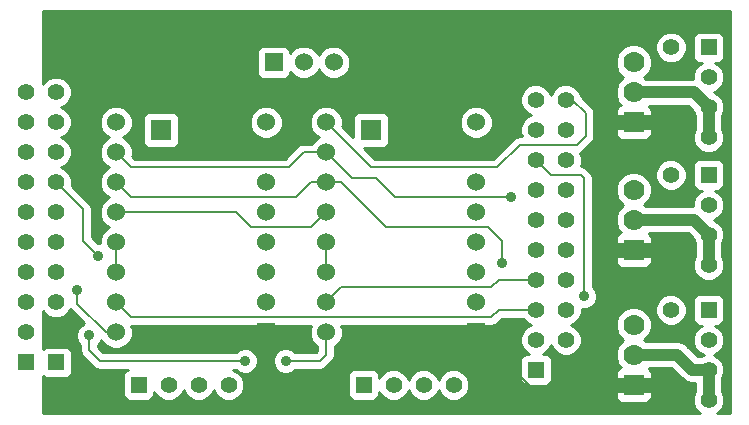
<source format=gbl>
G04 (created by PCBNEW (2012-nov-02)-testing) date Mon 24 Dec 2012 03:27:36 AM MST*
%MOIN*%
G04 Gerber Fmt 3.4, Leading zero omitted, Abs format*
%FSLAX34Y34*%
G01*
G70*
G90*
G04 APERTURE LIST*
%ADD10C,0.006*%
%ADD11R,0.055X0.055*%
%ADD12C,0.055*%
%ADD13R,0.06X0.06*%
%ADD14C,0.06*%
%ADD15R,0.07X0.07*%
%ADD16C,0.07*%
%ADD17C,0.035*%
%ADD18C,0.008*%
%ADD19C,0.05*%
%ADD20C,0.04*%
%ADD21C,0.01*%
G04 APERTURE END LIST*
G54D10*
G54D11*
X99150Y-10200D03*
G54D12*
X99150Y-11200D03*
X99150Y-12200D03*
X99150Y-13200D03*
G54D11*
X99150Y-14450D03*
G54D12*
X99150Y-15450D03*
X99150Y-16450D03*
X99150Y-17450D03*
G54D11*
X87650Y-21450D03*
G54D12*
X88650Y-21450D03*
X89650Y-21450D03*
X90650Y-21450D03*
G54D11*
X80150Y-21450D03*
G54D12*
X81150Y-21450D03*
X82150Y-21450D03*
X83150Y-21450D03*
G54D11*
X99150Y-18950D03*
G54D12*
X99150Y-19950D03*
X99150Y-20950D03*
X99150Y-21950D03*
G54D11*
X76400Y-20700D03*
G54D12*
X76400Y-19700D03*
X76400Y-18700D03*
X76400Y-17700D03*
X76400Y-16700D03*
X76400Y-15700D03*
X76400Y-14700D03*
X76400Y-13700D03*
X76400Y-12700D03*
X76400Y-11700D03*
G54D11*
X93400Y-20950D03*
G54D12*
X93400Y-19950D03*
X93400Y-18950D03*
X93400Y-17950D03*
X93400Y-16950D03*
X93400Y-15950D03*
X93400Y-14950D03*
X93400Y-13950D03*
X93400Y-12950D03*
X93400Y-11950D03*
G54D11*
X77400Y-20700D03*
G54D12*
X77400Y-19700D03*
X77400Y-18700D03*
X77400Y-17700D03*
X77400Y-16700D03*
X77400Y-15700D03*
X77400Y-14700D03*
X77400Y-13700D03*
X77400Y-12700D03*
X77400Y-11700D03*
G54D11*
X94400Y-20950D03*
G54D12*
X94400Y-19950D03*
X94400Y-18950D03*
X94400Y-17950D03*
X94400Y-16950D03*
X94400Y-15950D03*
X94400Y-14950D03*
X94400Y-13950D03*
X94400Y-12950D03*
X94400Y-11950D03*
X97900Y-18950D03*
X97900Y-21950D03*
X97900Y-14450D03*
X97900Y-17450D03*
X97900Y-10200D03*
X97900Y-13200D03*
G54D13*
X84650Y-10700D03*
G54D14*
X84650Y-9700D03*
X85650Y-10700D03*
X85650Y-9700D03*
X86650Y-10700D03*
X86650Y-9700D03*
G54D15*
X80900Y-12950D03*
G54D16*
X82900Y-12950D03*
G54D15*
X87900Y-12950D03*
G54D16*
X89900Y-12950D03*
G54D13*
X91400Y-19700D03*
G54D14*
X91400Y-18700D03*
X91400Y-17700D03*
X91400Y-16700D03*
X91400Y-15700D03*
X91400Y-14700D03*
G54D13*
X91400Y-13700D03*
G54D14*
X91400Y-12700D03*
X86400Y-12700D03*
X86400Y-13700D03*
X86400Y-14700D03*
X86400Y-15700D03*
X86400Y-16700D03*
X86400Y-17700D03*
X86400Y-18700D03*
X86400Y-19700D03*
G54D13*
X84400Y-19700D03*
G54D14*
X84400Y-18700D03*
X84400Y-17700D03*
X84400Y-16700D03*
X84400Y-15700D03*
X84400Y-14700D03*
G54D13*
X84400Y-13700D03*
G54D14*
X84400Y-12700D03*
X79400Y-12700D03*
X79400Y-13700D03*
X79400Y-14700D03*
X79400Y-15700D03*
X79400Y-16700D03*
X79400Y-17700D03*
X79400Y-18700D03*
X79400Y-19700D03*
G54D16*
X96650Y-19450D03*
X96650Y-20450D03*
G54D15*
X96650Y-21450D03*
G54D16*
X96650Y-14950D03*
X96650Y-15950D03*
G54D15*
X96650Y-16950D03*
G54D16*
X96650Y-10700D03*
X96650Y-11700D03*
G54D15*
X96650Y-12700D03*
G54D17*
X95000Y-18500D03*
X78100Y-18300D03*
X78800Y-17150D03*
X78500Y-19800D03*
X83700Y-20650D03*
X85050Y-20650D03*
X92250Y-17400D03*
X92550Y-15200D03*
G54D18*
X93900Y-14450D02*
X93400Y-13950D01*
X94900Y-14450D02*
X93900Y-14450D01*
X95000Y-14550D02*
X94900Y-14450D01*
X95000Y-18500D02*
X95000Y-14550D01*
X79400Y-19700D02*
X79050Y-19700D01*
X78100Y-18750D02*
X78100Y-18300D01*
X79050Y-19700D02*
X78100Y-18750D01*
X93400Y-18950D02*
X92150Y-18950D01*
X79900Y-19200D02*
X79400Y-18700D01*
X91900Y-19200D02*
X79900Y-19200D01*
X92150Y-18950D02*
X91900Y-19200D01*
X86400Y-19700D02*
X86400Y-20450D01*
X78300Y-16650D02*
X78300Y-15600D01*
X78800Y-17150D02*
X78300Y-16650D01*
X78500Y-20300D02*
X78500Y-19800D01*
X78850Y-20650D02*
X78500Y-20300D01*
X78300Y-15600D02*
X77400Y-14700D01*
X83700Y-20650D02*
X78850Y-20650D01*
X86200Y-20650D02*
X85050Y-20650D01*
X86400Y-20450D02*
X86200Y-20650D01*
X94400Y-11950D02*
X94600Y-11950D01*
X87900Y-14200D02*
X86400Y-12700D01*
X92100Y-14200D02*
X87900Y-14200D01*
X92850Y-13450D02*
X92100Y-14200D01*
X94750Y-13450D02*
X92850Y-13450D01*
X95050Y-13150D02*
X94750Y-13450D01*
X95050Y-12400D02*
X95050Y-13150D01*
X94600Y-11950D02*
X95050Y-12400D01*
X93400Y-17950D02*
X92150Y-17950D01*
X86900Y-18200D02*
X86400Y-18700D01*
X91900Y-18200D02*
X86900Y-18200D01*
X92150Y-17950D02*
X91900Y-18200D01*
X79400Y-15700D02*
X83400Y-15700D01*
X85900Y-16200D02*
X86400Y-15700D01*
X83900Y-16200D02*
X85900Y-16200D01*
X83400Y-15700D02*
X83900Y-16200D01*
X86400Y-14700D02*
X86900Y-14700D01*
X92250Y-16650D02*
X92250Y-17400D01*
X91800Y-16200D02*
X92250Y-16650D01*
X88400Y-16200D02*
X91800Y-16200D01*
X86900Y-14700D02*
X88400Y-16200D01*
X86400Y-14700D02*
X85900Y-14700D01*
X79900Y-15200D02*
X79400Y-14700D01*
X85400Y-15200D02*
X79900Y-15200D01*
X85900Y-14700D02*
X85400Y-15200D01*
X87250Y-14550D02*
X86400Y-13700D01*
X88050Y-14550D02*
X87250Y-14550D01*
X88700Y-15200D02*
X88050Y-14550D01*
X92550Y-15200D02*
X88700Y-15200D01*
X86400Y-13700D02*
X85650Y-13700D01*
X79900Y-14200D02*
X79400Y-13700D01*
X85150Y-14200D02*
X79900Y-14200D01*
X85650Y-13700D02*
X85150Y-14200D01*
X94400Y-20950D02*
X94400Y-21500D01*
X93500Y-21800D02*
X91400Y-19700D01*
X94100Y-21800D02*
X93500Y-21800D01*
X94400Y-21500D02*
X94100Y-21800D01*
X94400Y-20950D02*
X95250Y-20950D01*
X95250Y-20950D02*
X95650Y-20550D01*
G54D19*
X96650Y-16950D02*
X97400Y-16950D01*
X97400Y-16950D02*
X97900Y-17450D01*
X95650Y-16950D02*
X96650Y-16950D01*
X96650Y-21450D02*
X97400Y-21450D01*
X97400Y-21450D02*
X97900Y-21950D01*
X95650Y-12200D02*
X95650Y-16950D01*
X95650Y-16950D02*
X95650Y-20550D01*
X95650Y-20550D02*
X95650Y-21450D01*
X95650Y-21450D02*
X96650Y-21450D01*
X96650Y-12700D02*
X97400Y-12700D01*
X97400Y-12700D02*
X97900Y-13200D01*
X96650Y-12700D02*
X95900Y-12700D01*
X94400Y-9700D02*
X86650Y-9700D01*
X95650Y-10950D02*
X94400Y-9700D01*
X95650Y-12450D02*
X95650Y-12200D01*
X95650Y-12200D02*
X95650Y-10950D01*
X95900Y-12700D02*
X95650Y-12450D01*
X91400Y-13700D02*
X90650Y-13700D01*
X90650Y-13700D02*
X89900Y-12950D01*
X86650Y-9700D02*
X89900Y-12950D01*
X82900Y-12950D02*
X82900Y-10200D01*
X83400Y-9700D02*
X84650Y-9700D01*
X82900Y-10200D02*
X83400Y-9700D01*
X84400Y-13700D02*
X83650Y-13700D01*
X83650Y-13700D02*
X82900Y-12950D01*
G54D18*
X79400Y-16700D02*
X79400Y-17700D01*
G54D20*
X96650Y-15950D02*
X98650Y-15950D01*
X98650Y-15950D02*
X99150Y-16450D01*
X99150Y-16450D02*
X99150Y-17450D01*
X96650Y-11700D02*
X98650Y-11700D01*
X98650Y-11700D02*
X99150Y-12200D01*
X99150Y-12200D02*
X99150Y-13200D01*
X99150Y-20950D02*
X99150Y-21950D01*
X96650Y-20450D02*
X98100Y-20450D01*
X98600Y-20950D02*
X99150Y-20950D01*
X98100Y-20450D02*
X98600Y-20950D01*
G54D18*
X86400Y-16700D02*
X86400Y-17700D01*
G54D10*
G36*
X99850Y-22400D02*
X99435Y-22400D01*
X99447Y-22395D01*
X99594Y-22247D01*
X99674Y-22054D01*
X99675Y-21846D01*
X99600Y-21664D01*
X99600Y-21235D01*
X99674Y-21054D01*
X99675Y-20846D01*
X99595Y-20653D01*
X99447Y-20505D01*
X99314Y-20449D01*
X99447Y-20395D01*
X99594Y-20247D01*
X99674Y-20054D01*
X99675Y-19846D01*
X99675Y-17346D01*
X99600Y-17164D01*
X99600Y-16735D01*
X99674Y-16554D01*
X99675Y-16346D01*
X99595Y-16153D01*
X99447Y-16005D01*
X99314Y-15949D01*
X99447Y-15895D01*
X99594Y-15747D01*
X99674Y-15554D01*
X99675Y-15346D01*
X99675Y-13096D01*
X99600Y-12914D01*
X99600Y-12485D01*
X99674Y-12304D01*
X99675Y-12096D01*
X99595Y-11903D01*
X99447Y-11755D01*
X99314Y-11699D01*
X99447Y-11645D01*
X99594Y-11497D01*
X99674Y-11304D01*
X99675Y-11096D01*
X99595Y-10903D01*
X99447Y-10755D01*
X99375Y-10725D01*
X99474Y-10725D01*
X99566Y-10687D01*
X99636Y-10616D01*
X99674Y-10524D01*
X99675Y-10425D01*
X99675Y-9875D01*
X99637Y-9783D01*
X99566Y-9713D01*
X99474Y-9675D01*
X99375Y-9674D01*
X98825Y-9674D01*
X98733Y-9712D01*
X98663Y-9783D01*
X98625Y-9875D01*
X98624Y-9974D01*
X98624Y-10524D01*
X98662Y-10616D01*
X98733Y-10686D01*
X98825Y-10724D01*
X98924Y-10725D01*
X98924Y-10725D01*
X98853Y-10754D01*
X98705Y-10902D01*
X98625Y-11095D01*
X98624Y-11250D01*
X98425Y-11250D01*
X98425Y-10096D01*
X98345Y-9903D01*
X98197Y-9755D01*
X98004Y-9675D01*
X97796Y-9674D01*
X97603Y-9754D01*
X97455Y-9902D01*
X97375Y-10095D01*
X97374Y-10303D01*
X97454Y-10497D01*
X97602Y-10644D01*
X97795Y-10724D01*
X98003Y-10725D01*
X98197Y-10645D01*
X98344Y-10497D01*
X98424Y-10304D01*
X98425Y-10096D01*
X98425Y-11250D01*
X97048Y-11250D01*
X96998Y-11199D01*
X97158Y-11040D01*
X97249Y-10819D01*
X97250Y-10581D01*
X97158Y-10360D01*
X96990Y-10191D01*
X96769Y-10100D01*
X96531Y-10099D01*
X96310Y-10191D01*
X96141Y-10359D01*
X96050Y-10580D01*
X96049Y-10818D01*
X96141Y-11039D01*
X96301Y-11200D01*
X96141Y-11359D01*
X96050Y-11580D01*
X96049Y-11818D01*
X96141Y-12039D01*
X96215Y-12114D01*
X96158Y-12137D01*
X96088Y-12208D01*
X96050Y-12300D01*
X96049Y-12399D01*
X96049Y-13099D01*
X96087Y-13191D01*
X96158Y-13261D01*
X96250Y-13299D01*
X96349Y-13300D01*
X97049Y-13300D01*
X97141Y-13262D01*
X97211Y-13191D01*
X97249Y-13099D01*
X97250Y-13000D01*
X97250Y-12300D01*
X97212Y-12208D01*
X97153Y-12150D01*
X98463Y-12150D01*
X98630Y-12316D01*
X98700Y-12485D01*
X98700Y-12914D01*
X98625Y-13095D01*
X98624Y-13303D01*
X98704Y-13497D01*
X98852Y-13644D01*
X99045Y-13724D01*
X99253Y-13725D01*
X99447Y-13645D01*
X99594Y-13497D01*
X99674Y-13304D01*
X99675Y-13096D01*
X99675Y-15346D01*
X99595Y-15153D01*
X99447Y-15005D01*
X99375Y-14975D01*
X99474Y-14975D01*
X99566Y-14937D01*
X99636Y-14866D01*
X99674Y-14774D01*
X99675Y-14675D01*
X99675Y-14125D01*
X99637Y-14033D01*
X99566Y-13963D01*
X99474Y-13925D01*
X99375Y-13924D01*
X98825Y-13924D01*
X98733Y-13962D01*
X98663Y-14033D01*
X98625Y-14125D01*
X98624Y-14224D01*
X98624Y-14774D01*
X98662Y-14866D01*
X98733Y-14936D01*
X98825Y-14974D01*
X98924Y-14975D01*
X98924Y-14975D01*
X98853Y-15004D01*
X98705Y-15152D01*
X98625Y-15345D01*
X98624Y-15500D01*
X98425Y-15500D01*
X98425Y-14346D01*
X98345Y-14153D01*
X98197Y-14005D01*
X98004Y-13925D01*
X97796Y-13924D01*
X97603Y-14004D01*
X97455Y-14152D01*
X97375Y-14345D01*
X97374Y-14553D01*
X97454Y-14747D01*
X97602Y-14894D01*
X97795Y-14974D01*
X98003Y-14975D01*
X98197Y-14895D01*
X98344Y-14747D01*
X98424Y-14554D01*
X98425Y-14346D01*
X98425Y-15500D01*
X97048Y-15500D01*
X96998Y-15449D01*
X97158Y-15290D01*
X97249Y-15069D01*
X97250Y-14831D01*
X97158Y-14610D01*
X96990Y-14441D01*
X96769Y-14350D01*
X96531Y-14349D01*
X96310Y-14441D01*
X96141Y-14609D01*
X96050Y-14830D01*
X96049Y-15068D01*
X96141Y-15289D01*
X96301Y-15450D01*
X96141Y-15609D01*
X96050Y-15830D01*
X96049Y-16068D01*
X96141Y-16289D01*
X96215Y-16364D01*
X96158Y-16387D01*
X96088Y-16458D01*
X96050Y-16550D01*
X96049Y-16649D01*
X96049Y-17349D01*
X96087Y-17441D01*
X96158Y-17511D01*
X96250Y-17549D01*
X96349Y-17550D01*
X97049Y-17550D01*
X97141Y-17512D01*
X97211Y-17441D01*
X97249Y-17349D01*
X97250Y-17250D01*
X97250Y-16550D01*
X97212Y-16458D01*
X97153Y-16400D01*
X98463Y-16400D01*
X98630Y-16566D01*
X98700Y-16735D01*
X98700Y-17164D01*
X98625Y-17345D01*
X98624Y-17553D01*
X98704Y-17747D01*
X98852Y-17894D01*
X99045Y-17974D01*
X99253Y-17975D01*
X99447Y-17895D01*
X99594Y-17747D01*
X99674Y-17554D01*
X99675Y-17346D01*
X99675Y-19846D01*
X99595Y-19653D01*
X99447Y-19505D01*
X99375Y-19475D01*
X99474Y-19475D01*
X99566Y-19437D01*
X99636Y-19366D01*
X99674Y-19274D01*
X99675Y-19175D01*
X99675Y-18625D01*
X99637Y-18533D01*
X99566Y-18463D01*
X99474Y-18425D01*
X99375Y-18424D01*
X98825Y-18424D01*
X98733Y-18462D01*
X98663Y-18533D01*
X98625Y-18625D01*
X98624Y-18724D01*
X98624Y-19274D01*
X98662Y-19366D01*
X98733Y-19436D01*
X98825Y-19474D01*
X98924Y-19475D01*
X98924Y-19475D01*
X98853Y-19504D01*
X98705Y-19652D01*
X98625Y-19845D01*
X98624Y-20053D01*
X98704Y-20247D01*
X98852Y-20394D01*
X98985Y-20450D01*
X98864Y-20500D01*
X98786Y-20500D01*
X98425Y-20138D01*
X98425Y-18846D01*
X98345Y-18653D01*
X98197Y-18505D01*
X98004Y-18425D01*
X97796Y-18424D01*
X97603Y-18504D01*
X97455Y-18652D01*
X97375Y-18845D01*
X97374Y-19053D01*
X97454Y-19247D01*
X97602Y-19394D01*
X97795Y-19474D01*
X98003Y-19475D01*
X98197Y-19395D01*
X98344Y-19247D01*
X98424Y-19054D01*
X98425Y-18846D01*
X98425Y-20138D01*
X98418Y-20131D01*
X98272Y-20034D01*
X98100Y-20000D01*
X97048Y-20000D01*
X96998Y-19949D01*
X97158Y-19790D01*
X97249Y-19569D01*
X97250Y-19331D01*
X97158Y-19110D01*
X96990Y-18941D01*
X96769Y-18850D01*
X96531Y-18849D01*
X96310Y-18941D01*
X96141Y-19109D01*
X96050Y-19330D01*
X96049Y-19568D01*
X96141Y-19789D01*
X96301Y-19950D01*
X96141Y-20109D01*
X96050Y-20330D01*
X96049Y-20568D01*
X96141Y-20789D01*
X96215Y-20864D01*
X96158Y-20887D01*
X96088Y-20958D01*
X96050Y-21050D01*
X96049Y-21149D01*
X96049Y-21849D01*
X96087Y-21941D01*
X96158Y-22011D01*
X96250Y-22049D01*
X96349Y-22050D01*
X97049Y-22050D01*
X97141Y-22012D01*
X97211Y-21941D01*
X97249Y-21849D01*
X97250Y-21750D01*
X97250Y-21050D01*
X97212Y-20958D01*
X97153Y-20900D01*
X97913Y-20900D01*
X98281Y-21268D01*
X98427Y-21365D01*
X98600Y-21400D01*
X98700Y-21400D01*
X98700Y-21664D01*
X98625Y-21845D01*
X98624Y-22053D01*
X98704Y-22247D01*
X98852Y-22394D01*
X98864Y-22400D01*
X91175Y-22400D01*
X91175Y-21346D01*
X91095Y-21153D01*
X90947Y-21005D01*
X90754Y-20925D01*
X90546Y-20924D01*
X90353Y-21004D01*
X90205Y-21152D01*
X90149Y-21285D01*
X90095Y-21153D01*
X89947Y-21005D01*
X89754Y-20925D01*
X89546Y-20924D01*
X89353Y-21004D01*
X89205Y-21152D01*
X89149Y-21285D01*
X89095Y-21153D01*
X88947Y-21005D01*
X88754Y-20925D01*
X88546Y-20924D01*
X88353Y-21004D01*
X88205Y-21152D01*
X88175Y-21224D01*
X88175Y-21125D01*
X88137Y-21033D01*
X88066Y-20963D01*
X87974Y-20925D01*
X87875Y-20924D01*
X87325Y-20924D01*
X87233Y-20962D01*
X87163Y-21033D01*
X87125Y-21125D01*
X87124Y-21224D01*
X87124Y-21774D01*
X87162Y-21866D01*
X87233Y-21936D01*
X87325Y-21974D01*
X87424Y-21975D01*
X87974Y-21975D01*
X88066Y-21937D01*
X88136Y-21866D01*
X88174Y-21774D01*
X88175Y-21675D01*
X88175Y-21675D01*
X88204Y-21747D01*
X88352Y-21894D01*
X88545Y-21974D01*
X88753Y-21975D01*
X88947Y-21895D01*
X89094Y-21747D01*
X89150Y-21614D01*
X89204Y-21747D01*
X89352Y-21894D01*
X89545Y-21974D01*
X89753Y-21975D01*
X89947Y-21895D01*
X90094Y-21747D01*
X90150Y-21614D01*
X90204Y-21747D01*
X90352Y-21894D01*
X90545Y-21974D01*
X90753Y-21975D01*
X90947Y-21895D01*
X91094Y-21747D01*
X91174Y-21554D01*
X91175Y-21346D01*
X91175Y-22400D01*
X76950Y-22400D01*
X76950Y-21153D01*
X76983Y-21186D01*
X77075Y-21224D01*
X77174Y-21225D01*
X77724Y-21225D01*
X77816Y-21187D01*
X77886Y-21116D01*
X77924Y-21024D01*
X77925Y-20925D01*
X77925Y-20375D01*
X77887Y-20283D01*
X77816Y-20213D01*
X77724Y-20175D01*
X77625Y-20174D01*
X77075Y-20174D01*
X76983Y-20212D01*
X76950Y-20246D01*
X76950Y-18985D01*
X76954Y-18997D01*
X77102Y-19144D01*
X77295Y-19224D01*
X77503Y-19225D01*
X77697Y-19145D01*
X77844Y-18997D01*
X77874Y-18925D01*
X77894Y-18955D01*
X78344Y-19404D01*
X78259Y-19439D01*
X78139Y-19558D01*
X78075Y-19715D01*
X78074Y-19884D01*
X78139Y-20040D01*
X78210Y-20111D01*
X78210Y-20300D01*
X78232Y-20410D01*
X78294Y-20505D01*
X78644Y-20855D01*
X78644Y-20855D01*
X78739Y-20917D01*
X78849Y-20940D01*
X78849Y-20939D01*
X78850Y-20940D01*
X79789Y-20940D01*
X79733Y-20962D01*
X79663Y-21033D01*
X79625Y-21125D01*
X79624Y-21224D01*
X79624Y-21774D01*
X79662Y-21866D01*
X79733Y-21936D01*
X79825Y-21974D01*
X79924Y-21975D01*
X80474Y-21975D01*
X80566Y-21937D01*
X80636Y-21866D01*
X80674Y-21774D01*
X80675Y-21675D01*
X80675Y-21675D01*
X80704Y-21747D01*
X80852Y-21894D01*
X81045Y-21974D01*
X81253Y-21975D01*
X81447Y-21895D01*
X81594Y-21747D01*
X81650Y-21614D01*
X81704Y-21747D01*
X81852Y-21894D01*
X82045Y-21974D01*
X82253Y-21975D01*
X82447Y-21895D01*
X82594Y-21747D01*
X82650Y-21614D01*
X82704Y-21747D01*
X82852Y-21894D01*
X83045Y-21974D01*
X83253Y-21975D01*
X83447Y-21895D01*
X83594Y-21747D01*
X83674Y-21554D01*
X83675Y-21346D01*
X83595Y-21153D01*
X83447Y-21005D01*
X83290Y-20940D01*
X83388Y-20940D01*
X83458Y-21010D01*
X83615Y-21074D01*
X83784Y-21075D01*
X83940Y-21010D01*
X84060Y-20891D01*
X84124Y-20734D01*
X84125Y-20565D01*
X84060Y-20409D01*
X83941Y-20289D01*
X83784Y-20225D01*
X83615Y-20224D01*
X83459Y-20289D01*
X83388Y-20360D01*
X78970Y-20360D01*
X78790Y-20179D01*
X78790Y-20111D01*
X78860Y-20041D01*
X78901Y-19942D01*
X78906Y-19946D01*
X78933Y-20011D01*
X79088Y-20165D01*
X79290Y-20249D01*
X79508Y-20250D01*
X79711Y-20166D01*
X79865Y-20011D01*
X79949Y-19809D01*
X79950Y-19591D01*
X79908Y-19490D01*
X85891Y-19490D01*
X85850Y-19590D01*
X85849Y-19808D01*
X85933Y-20011D01*
X86088Y-20165D01*
X86110Y-20175D01*
X86110Y-20329D01*
X86079Y-20360D01*
X85361Y-20360D01*
X85291Y-20289D01*
X85134Y-20225D01*
X84965Y-20224D01*
X84809Y-20289D01*
X84689Y-20408D01*
X84625Y-20565D01*
X84624Y-20734D01*
X84689Y-20890D01*
X84808Y-21010D01*
X84965Y-21074D01*
X85134Y-21075D01*
X85290Y-21010D01*
X85361Y-20940D01*
X86200Y-20940D01*
X86310Y-20917D01*
X86405Y-20855D01*
X86605Y-20655D01*
X86667Y-20560D01*
X86690Y-20450D01*
X86690Y-20175D01*
X86711Y-20166D01*
X86865Y-20011D01*
X86949Y-19809D01*
X86950Y-19591D01*
X86908Y-19490D01*
X91900Y-19490D01*
X92010Y-19467D01*
X92105Y-19405D01*
X92270Y-19240D01*
X92951Y-19240D01*
X92954Y-19247D01*
X93102Y-19394D01*
X93235Y-19450D01*
X93103Y-19504D01*
X92955Y-19652D01*
X92875Y-19845D01*
X92874Y-20053D01*
X92954Y-20247D01*
X93102Y-20394D01*
X93174Y-20424D01*
X93075Y-20424D01*
X92983Y-20462D01*
X92913Y-20533D01*
X92875Y-20625D01*
X92874Y-20724D01*
X92874Y-21274D01*
X92912Y-21366D01*
X92983Y-21436D01*
X93075Y-21474D01*
X93174Y-21475D01*
X93724Y-21475D01*
X93816Y-21437D01*
X93886Y-21366D01*
X93924Y-21274D01*
X93925Y-21175D01*
X93925Y-20625D01*
X93887Y-20533D01*
X93816Y-20463D01*
X93724Y-20425D01*
X93625Y-20424D01*
X93625Y-20424D01*
X93697Y-20395D01*
X93844Y-20247D01*
X93900Y-20114D01*
X93954Y-20247D01*
X94102Y-20394D01*
X94295Y-20474D01*
X94503Y-20475D01*
X94697Y-20395D01*
X94844Y-20247D01*
X94924Y-20054D01*
X94925Y-19846D01*
X94845Y-19653D01*
X94697Y-19505D01*
X94564Y-19449D01*
X94697Y-19395D01*
X94844Y-19247D01*
X94924Y-19054D01*
X94925Y-18924D01*
X95084Y-18925D01*
X95240Y-18860D01*
X95360Y-18741D01*
X95424Y-18584D01*
X95425Y-18415D01*
X95360Y-18259D01*
X95290Y-18188D01*
X95290Y-14550D01*
X95267Y-14439D01*
X95205Y-14344D01*
X95105Y-14244D01*
X95010Y-14182D01*
X94900Y-14160D01*
X94881Y-14160D01*
X94924Y-14054D01*
X94925Y-13846D01*
X94869Y-13712D01*
X94955Y-13655D01*
X95255Y-13355D01*
X95255Y-13355D01*
X95255Y-13355D01*
X95317Y-13260D01*
X95340Y-13150D01*
X95339Y-13150D01*
X95340Y-13150D01*
X95340Y-12400D01*
X95317Y-12289D01*
X95255Y-12194D01*
X94925Y-11864D01*
X94925Y-11846D01*
X94845Y-11653D01*
X94697Y-11505D01*
X94504Y-11425D01*
X94296Y-11424D01*
X94103Y-11504D01*
X93955Y-11652D01*
X93899Y-11785D01*
X93845Y-11653D01*
X93697Y-11505D01*
X93504Y-11425D01*
X93296Y-11424D01*
X93103Y-11504D01*
X92955Y-11652D01*
X92875Y-11845D01*
X92874Y-12053D01*
X92954Y-12247D01*
X93102Y-12394D01*
X93235Y-12450D01*
X93103Y-12504D01*
X92955Y-12652D01*
X92875Y-12845D01*
X92874Y-13053D01*
X92918Y-13160D01*
X92850Y-13160D01*
X92849Y-13160D01*
X92739Y-13182D01*
X92644Y-13244D01*
X92644Y-13244D01*
X91979Y-13910D01*
X91950Y-13910D01*
X91950Y-12591D01*
X91866Y-12388D01*
X91711Y-12234D01*
X91509Y-12150D01*
X91291Y-12149D01*
X91088Y-12233D01*
X90934Y-12388D01*
X90850Y-12590D01*
X90849Y-12808D01*
X90933Y-13011D01*
X91088Y-13165D01*
X91290Y-13249D01*
X91508Y-13250D01*
X91711Y-13166D01*
X91865Y-13011D01*
X91949Y-12809D01*
X91950Y-12591D01*
X91950Y-13910D01*
X88020Y-13910D01*
X87660Y-13550D01*
X88299Y-13550D01*
X88391Y-13512D01*
X88461Y-13441D01*
X88499Y-13349D01*
X88500Y-13250D01*
X88500Y-12550D01*
X88462Y-12458D01*
X88391Y-12388D01*
X88299Y-12350D01*
X88200Y-12349D01*
X87500Y-12349D01*
X87408Y-12387D01*
X87338Y-12458D01*
X87300Y-12550D01*
X87299Y-12649D01*
X87299Y-13189D01*
X87200Y-13089D01*
X87200Y-10591D01*
X87116Y-10388D01*
X86961Y-10234D01*
X86759Y-10150D01*
X86541Y-10149D01*
X86338Y-10233D01*
X86184Y-10388D01*
X86150Y-10469D01*
X86116Y-10388D01*
X85961Y-10234D01*
X85759Y-10150D01*
X85541Y-10149D01*
X85338Y-10233D01*
X85200Y-10372D01*
X85200Y-10350D01*
X85162Y-10258D01*
X85091Y-10188D01*
X84999Y-10150D01*
X84900Y-10149D01*
X84300Y-10149D01*
X84208Y-10187D01*
X84138Y-10258D01*
X84100Y-10350D01*
X84099Y-10449D01*
X84099Y-11049D01*
X84137Y-11141D01*
X84208Y-11211D01*
X84300Y-11249D01*
X84399Y-11250D01*
X84999Y-11250D01*
X85091Y-11212D01*
X85161Y-11141D01*
X85199Y-11049D01*
X85199Y-11027D01*
X85338Y-11165D01*
X85540Y-11249D01*
X85758Y-11250D01*
X85961Y-11166D01*
X86115Y-11011D01*
X86149Y-10930D01*
X86183Y-11011D01*
X86338Y-11165D01*
X86540Y-11249D01*
X86758Y-11250D01*
X86961Y-11166D01*
X87115Y-11011D01*
X87199Y-10809D01*
X87200Y-10591D01*
X87200Y-13089D01*
X86941Y-12831D01*
X86949Y-12809D01*
X86950Y-12591D01*
X86866Y-12388D01*
X86711Y-12234D01*
X86509Y-12150D01*
X86291Y-12149D01*
X86088Y-12233D01*
X85934Y-12388D01*
X85850Y-12590D01*
X85849Y-12808D01*
X85933Y-13011D01*
X86088Y-13165D01*
X86169Y-13199D01*
X86088Y-13233D01*
X85934Y-13388D01*
X85924Y-13410D01*
X85650Y-13410D01*
X85539Y-13432D01*
X85444Y-13494D01*
X85029Y-13910D01*
X84950Y-13910D01*
X84950Y-12591D01*
X84866Y-12388D01*
X84711Y-12234D01*
X84509Y-12150D01*
X84291Y-12149D01*
X84088Y-12233D01*
X83934Y-12388D01*
X83850Y-12590D01*
X83849Y-12808D01*
X83933Y-13011D01*
X84088Y-13165D01*
X84290Y-13249D01*
X84508Y-13250D01*
X84711Y-13166D01*
X84865Y-13011D01*
X84949Y-12809D01*
X84950Y-12591D01*
X84950Y-13910D01*
X81500Y-13910D01*
X81500Y-13250D01*
X81500Y-12550D01*
X81462Y-12458D01*
X81391Y-12388D01*
X81299Y-12350D01*
X81200Y-12349D01*
X80500Y-12349D01*
X80408Y-12387D01*
X80338Y-12458D01*
X80300Y-12550D01*
X80299Y-12649D01*
X80299Y-13349D01*
X80337Y-13441D01*
X80408Y-13511D01*
X80500Y-13549D01*
X80599Y-13550D01*
X81299Y-13550D01*
X81391Y-13512D01*
X81461Y-13441D01*
X81499Y-13349D01*
X81500Y-13250D01*
X81500Y-13910D01*
X80020Y-13910D01*
X79941Y-13831D01*
X79949Y-13809D01*
X79950Y-13591D01*
X79866Y-13388D01*
X79711Y-13234D01*
X79630Y-13200D01*
X79711Y-13166D01*
X79865Y-13011D01*
X79949Y-12809D01*
X79950Y-12591D01*
X79866Y-12388D01*
X79711Y-12234D01*
X79509Y-12150D01*
X79291Y-12149D01*
X79088Y-12233D01*
X78934Y-12388D01*
X78850Y-12590D01*
X78849Y-12808D01*
X78933Y-13011D01*
X79088Y-13165D01*
X79169Y-13199D01*
X79088Y-13233D01*
X78934Y-13388D01*
X78850Y-13590D01*
X78849Y-13808D01*
X78933Y-14011D01*
X79088Y-14165D01*
X79169Y-14199D01*
X79088Y-14233D01*
X78934Y-14388D01*
X78850Y-14590D01*
X78849Y-14808D01*
X78933Y-15011D01*
X79088Y-15165D01*
X79169Y-15199D01*
X79088Y-15233D01*
X78934Y-15388D01*
X78850Y-15590D01*
X78849Y-15808D01*
X78933Y-16011D01*
X79088Y-16165D01*
X79169Y-16199D01*
X79088Y-16233D01*
X78934Y-16388D01*
X78850Y-16590D01*
X78849Y-16725D01*
X78785Y-16724D01*
X78590Y-16529D01*
X78590Y-15600D01*
X78567Y-15489D01*
X78505Y-15394D01*
X77922Y-14811D01*
X77924Y-14804D01*
X77925Y-14596D01*
X77845Y-14403D01*
X77697Y-14255D01*
X77564Y-14199D01*
X77697Y-14145D01*
X77844Y-13997D01*
X77924Y-13804D01*
X77925Y-13596D01*
X77845Y-13403D01*
X77697Y-13255D01*
X77564Y-13199D01*
X77697Y-13145D01*
X77844Y-12997D01*
X77924Y-12804D01*
X77925Y-12596D01*
X77845Y-12403D01*
X77697Y-12255D01*
X77564Y-12199D01*
X77697Y-12145D01*
X77844Y-11997D01*
X77924Y-11804D01*
X77925Y-11596D01*
X77845Y-11403D01*
X77697Y-11255D01*
X77504Y-11175D01*
X77296Y-11174D01*
X77103Y-11254D01*
X76955Y-11402D01*
X76950Y-11414D01*
X76950Y-9000D01*
X99850Y-9000D01*
X99850Y-22400D01*
X99850Y-22400D01*
G37*
G54D21*
X99850Y-22400D02*
X99435Y-22400D01*
X99447Y-22395D01*
X99594Y-22247D01*
X99674Y-22054D01*
X99675Y-21846D01*
X99600Y-21664D01*
X99600Y-21235D01*
X99674Y-21054D01*
X99675Y-20846D01*
X99595Y-20653D01*
X99447Y-20505D01*
X99314Y-20449D01*
X99447Y-20395D01*
X99594Y-20247D01*
X99674Y-20054D01*
X99675Y-19846D01*
X99675Y-17346D01*
X99600Y-17164D01*
X99600Y-16735D01*
X99674Y-16554D01*
X99675Y-16346D01*
X99595Y-16153D01*
X99447Y-16005D01*
X99314Y-15949D01*
X99447Y-15895D01*
X99594Y-15747D01*
X99674Y-15554D01*
X99675Y-15346D01*
X99675Y-13096D01*
X99600Y-12914D01*
X99600Y-12485D01*
X99674Y-12304D01*
X99675Y-12096D01*
X99595Y-11903D01*
X99447Y-11755D01*
X99314Y-11699D01*
X99447Y-11645D01*
X99594Y-11497D01*
X99674Y-11304D01*
X99675Y-11096D01*
X99595Y-10903D01*
X99447Y-10755D01*
X99375Y-10725D01*
X99474Y-10725D01*
X99566Y-10687D01*
X99636Y-10616D01*
X99674Y-10524D01*
X99675Y-10425D01*
X99675Y-9875D01*
X99637Y-9783D01*
X99566Y-9713D01*
X99474Y-9675D01*
X99375Y-9674D01*
X98825Y-9674D01*
X98733Y-9712D01*
X98663Y-9783D01*
X98625Y-9875D01*
X98624Y-9974D01*
X98624Y-10524D01*
X98662Y-10616D01*
X98733Y-10686D01*
X98825Y-10724D01*
X98924Y-10725D01*
X98924Y-10725D01*
X98853Y-10754D01*
X98705Y-10902D01*
X98625Y-11095D01*
X98624Y-11250D01*
X98425Y-11250D01*
X98425Y-10096D01*
X98345Y-9903D01*
X98197Y-9755D01*
X98004Y-9675D01*
X97796Y-9674D01*
X97603Y-9754D01*
X97455Y-9902D01*
X97375Y-10095D01*
X97374Y-10303D01*
X97454Y-10497D01*
X97602Y-10644D01*
X97795Y-10724D01*
X98003Y-10725D01*
X98197Y-10645D01*
X98344Y-10497D01*
X98424Y-10304D01*
X98425Y-10096D01*
X98425Y-11250D01*
X97048Y-11250D01*
X96998Y-11199D01*
X97158Y-11040D01*
X97249Y-10819D01*
X97250Y-10581D01*
X97158Y-10360D01*
X96990Y-10191D01*
X96769Y-10100D01*
X96531Y-10099D01*
X96310Y-10191D01*
X96141Y-10359D01*
X96050Y-10580D01*
X96049Y-10818D01*
X96141Y-11039D01*
X96301Y-11200D01*
X96141Y-11359D01*
X96050Y-11580D01*
X96049Y-11818D01*
X96141Y-12039D01*
X96215Y-12114D01*
X96158Y-12137D01*
X96088Y-12208D01*
X96050Y-12300D01*
X96049Y-12399D01*
X96049Y-13099D01*
X96087Y-13191D01*
X96158Y-13261D01*
X96250Y-13299D01*
X96349Y-13300D01*
X97049Y-13300D01*
X97141Y-13262D01*
X97211Y-13191D01*
X97249Y-13099D01*
X97250Y-13000D01*
X97250Y-12300D01*
X97212Y-12208D01*
X97153Y-12150D01*
X98463Y-12150D01*
X98630Y-12316D01*
X98700Y-12485D01*
X98700Y-12914D01*
X98625Y-13095D01*
X98624Y-13303D01*
X98704Y-13497D01*
X98852Y-13644D01*
X99045Y-13724D01*
X99253Y-13725D01*
X99447Y-13645D01*
X99594Y-13497D01*
X99674Y-13304D01*
X99675Y-13096D01*
X99675Y-15346D01*
X99595Y-15153D01*
X99447Y-15005D01*
X99375Y-14975D01*
X99474Y-14975D01*
X99566Y-14937D01*
X99636Y-14866D01*
X99674Y-14774D01*
X99675Y-14675D01*
X99675Y-14125D01*
X99637Y-14033D01*
X99566Y-13963D01*
X99474Y-13925D01*
X99375Y-13924D01*
X98825Y-13924D01*
X98733Y-13962D01*
X98663Y-14033D01*
X98625Y-14125D01*
X98624Y-14224D01*
X98624Y-14774D01*
X98662Y-14866D01*
X98733Y-14936D01*
X98825Y-14974D01*
X98924Y-14975D01*
X98924Y-14975D01*
X98853Y-15004D01*
X98705Y-15152D01*
X98625Y-15345D01*
X98624Y-15500D01*
X98425Y-15500D01*
X98425Y-14346D01*
X98345Y-14153D01*
X98197Y-14005D01*
X98004Y-13925D01*
X97796Y-13924D01*
X97603Y-14004D01*
X97455Y-14152D01*
X97375Y-14345D01*
X97374Y-14553D01*
X97454Y-14747D01*
X97602Y-14894D01*
X97795Y-14974D01*
X98003Y-14975D01*
X98197Y-14895D01*
X98344Y-14747D01*
X98424Y-14554D01*
X98425Y-14346D01*
X98425Y-15500D01*
X97048Y-15500D01*
X96998Y-15449D01*
X97158Y-15290D01*
X97249Y-15069D01*
X97250Y-14831D01*
X97158Y-14610D01*
X96990Y-14441D01*
X96769Y-14350D01*
X96531Y-14349D01*
X96310Y-14441D01*
X96141Y-14609D01*
X96050Y-14830D01*
X96049Y-15068D01*
X96141Y-15289D01*
X96301Y-15450D01*
X96141Y-15609D01*
X96050Y-15830D01*
X96049Y-16068D01*
X96141Y-16289D01*
X96215Y-16364D01*
X96158Y-16387D01*
X96088Y-16458D01*
X96050Y-16550D01*
X96049Y-16649D01*
X96049Y-17349D01*
X96087Y-17441D01*
X96158Y-17511D01*
X96250Y-17549D01*
X96349Y-17550D01*
X97049Y-17550D01*
X97141Y-17512D01*
X97211Y-17441D01*
X97249Y-17349D01*
X97250Y-17250D01*
X97250Y-16550D01*
X97212Y-16458D01*
X97153Y-16400D01*
X98463Y-16400D01*
X98630Y-16566D01*
X98700Y-16735D01*
X98700Y-17164D01*
X98625Y-17345D01*
X98624Y-17553D01*
X98704Y-17747D01*
X98852Y-17894D01*
X99045Y-17974D01*
X99253Y-17975D01*
X99447Y-17895D01*
X99594Y-17747D01*
X99674Y-17554D01*
X99675Y-17346D01*
X99675Y-19846D01*
X99595Y-19653D01*
X99447Y-19505D01*
X99375Y-19475D01*
X99474Y-19475D01*
X99566Y-19437D01*
X99636Y-19366D01*
X99674Y-19274D01*
X99675Y-19175D01*
X99675Y-18625D01*
X99637Y-18533D01*
X99566Y-18463D01*
X99474Y-18425D01*
X99375Y-18424D01*
X98825Y-18424D01*
X98733Y-18462D01*
X98663Y-18533D01*
X98625Y-18625D01*
X98624Y-18724D01*
X98624Y-19274D01*
X98662Y-19366D01*
X98733Y-19436D01*
X98825Y-19474D01*
X98924Y-19475D01*
X98924Y-19475D01*
X98853Y-19504D01*
X98705Y-19652D01*
X98625Y-19845D01*
X98624Y-20053D01*
X98704Y-20247D01*
X98852Y-20394D01*
X98985Y-20450D01*
X98864Y-20500D01*
X98786Y-20500D01*
X98425Y-20138D01*
X98425Y-18846D01*
X98345Y-18653D01*
X98197Y-18505D01*
X98004Y-18425D01*
X97796Y-18424D01*
X97603Y-18504D01*
X97455Y-18652D01*
X97375Y-18845D01*
X97374Y-19053D01*
X97454Y-19247D01*
X97602Y-19394D01*
X97795Y-19474D01*
X98003Y-19475D01*
X98197Y-19395D01*
X98344Y-19247D01*
X98424Y-19054D01*
X98425Y-18846D01*
X98425Y-20138D01*
X98418Y-20131D01*
X98272Y-20034D01*
X98100Y-20000D01*
X97048Y-20000D01*
X96998Y-19949D01*
X97158Y-19790D01*
X97249Y-19569D01*
X97250Y-19331D01*
X97158Y-19110D01*
X96990Y-18941D01*
X96769Y-18850D01*
X96531Y-18849D01*
X96310Y-18941D01*
X96141Y-19109D01*
X96050Y-19330D01*
X96049Y-19568D01*
X96141Y-19789D01*
X96301Y-19950D01*
X96141Y-20109D01*
X96050Y-20330D01*
X96049Y-20568D01*
X96141Y-20789D01*
X96215Y-20864D01*
X96158Y-20887D01*
X96088Y-20958D01*
X96050Y-21050D01*
X96049Y-21149D01*
X96049Y-21849D01*
X96087Y-21941D01*
X96158Y-22011D01*
X96250Y-22049D01*
X96349Y-22050D01*
X97049Y-22050D01*
X97141Y-22012D01*
X97211Y-21941D01*
X97249Y-21849D01*
X97250Y-21750D01*
X97250Y-21050D01*
X97212Y-20958D01*
X97153Y-20900D01*
X97913Y-20900D01*
X98281Y-21268D01*
X98427Y-21365D01*
X98600Y-21400D01*
X98700Y-21400D01*
X98700Y-21664D01*
X98625Y-21845D01*
X98624Y-22053D01*
X98704Y-22247D01*
X98852Y-22394D01*
X98864Y-22400D01*
X91175Y-22400D01*
X91175Y-21346D01*
X91095Y-21153D01*
X90947Y-21005D01*
X90754Y-20925D01*
X90546Y-20924D01*
X90353Y-21004D01*
X90205Y-21152D01*
X90149Y-21285D01*
X90095Y-21153D01*
X89947Y-21005D01*
X89754Y-20925D01*
X89546Y-20924D01*
X89353Y-21004D01*
X89205Y-21152D01*
X89149Y-21285D01*
X89095Y-21153D01*
X88947Y-21005D01*
X88754Y-20925D01*
X88546Y-20924D01*
X88353Y-21004D01*
X88205Y-21152D01*
X88175Y-21224D01*
X88175Y-21125D01*
X88137Y-21033D01*
X88066Y-20963D01*
X87974Y-20925D01*
X87875Y-20924D01*
X87325Y-20924D01*
X87233Y-20962D01*
X87163Y-21033D01*
X87125Y-21125D01*
X87124Y-21224D01*
X87124Y-21774D01*
X87162Y-21866D01*
X87233Y-21936D01*
X87325Y-21974D01*
X87424Y-21975D01*
X87974Y-21975D01*
X88066Y-21937D01*
X88136Y-21866D01*
X88174Y-21774D01*
X88175Y-21675D01*
X88175Y-21675D01*
X88204Y-21747D01*
X88352Y-21894D01*
X88545Y-21974D01*
X88753Y-21975D01*
X88947Y-21895D01*
X89094Y-21747D01*
X89150Y-21614D01*
X89204Y-21747D01*
X89352Y-21894D01*
X89545Y-21974D01*
X89753Y-21975D01*
X89947Y-21895D01*
X90094Y-21747D01*
X90150Y-21614D01*
X90204Y-21747D01*
X90352Y-21894D01*
X90545Y-21974D01*
X90753Y-21975D01*
X90947Y-21895D01*
X91094Y-21747D01*
X91174Y-21554D01*
X91175Y-21346D01*
X91175Y-22400D01*
X76950Y-22400D01*
X76950Y-21153D01*
X76983Y-21186D01*
X77075Y-21224D01*
X77174Y-21225D01*
X77724Y-21225D01*
X77816Y-21187D01*
X77886Y-21116D01*
X77924Y-21024D01*
X77925Y-20925D01*
X77925Y-20375D01*
X77887Y-20283D01*
X77816Y-20213D01*
X77724Y-20175D01*
X77625Y-20174D01*
X77075Y-20174D01*
X76983Y-20212D01*
X76950Y-20246D01*
X76950Y-18985D01*
X76954Y-18997D01*
X77102Y-19144D01*
X77295Y-19224D01*
X77503Y-19225D01*
X77697Y-19145D01*
X77844Y-18997D01*
X77874Y-18925D01*
X77894Y-18955D01*
X78344Y-19404D01*
X78259Y-19439D01*
X78139Y-19558D01*
X78075Y-19715D01*
X78074Y-19884D01*
X78139Y-20040D01*
X78210Y-20111D01*
X78210Y-20300D01*
X78232Y-20410D01*
X78294Y-20505D01*
X78644Y-20855D01*
X78644Y-20855D01*
X78739Y-20917D01*
X78849Y-20940D01*
X78849Y-20939D01*
X78850Y-20940D01*
X79789Y-20940D01*
X79733Y-20962D01*
X79663Y-21033D01*
X79625Y-21125D01*
X79624Y-21224D01*
X79624Y-21774D01*
X79662Y-21866D01*
X79733Y-21936D01*
X79825Y-21974D01*
X79924Y-21975D01*
X80474Y-21975D01*
X80566Y-21937D01*
X80636Y-21866D01*
X80674Y-21774D01*
X80675Y-21675D01*
X80675Y-21675D01*
X80704Y-21747D01*
X80852Y-21894D01*
X81045Y-21974D01*
X81253Y-21975D01*
X81447Y-21895D01*
X81594Y-21747D01*
X81650Y-21614D01*
X81704Y-21747D01*
X81852Y-21894D01*
X82045Y-21974D01*
X82253Y-21975D01*
X82447Y-21895D01*
X82594Y-21747D01*
X82650Y-21614D01*
X82704Y-21747D01*
X82852Y-21894D01*
X83045Y-21974D01*
X83253Y-21975D01*
X83447Y-21895D01*
X83594Y-21747D01*
X83674Y-21554D01*
X83675Y-21346D01*
X83595Y-21153D01*
X83447Y-21005D01*
X83290Y-20940D01*
X83388Y-20940D01*
X83458Y-21010D01*
X83615Y-21074D01*
X83784Y-21075D01*
X83940Y-21010D01*
X84060Y-20891D01*
X84124Y-20734D01*
X84125Y-20565D01*
X84060Y-20409D01*
X83941Y-20289D01*
X83784Y-20225D01*
X83615Y-20224D01*
X83459Y-20289D01*
X83388Y-20360D01*
X78970Y-20360D01*
X78790Y-20179D01*
X78790Y-20111D01*
X78860Y-20041D01*
X78901Y-19942D01*
X78906Y-19946D01*
X78933Y-20011D01*
X79088Y-20165D01*
X79290Y-20249D01*
X79508Y-20250D01*
X79711Y-20166D01*
X79865Y-20011D01*
X79949Y-19809D01*
X79950Y-19591D01*
X79908Y-19490D01*
X85891Y-19490D01*
X85850Y-19590D01*
X85849Y-19808D01*
X85933Y-20011D01*
X86088Y-20165D01*
X86110Y-20175D01*
X86110Y-20329D01*
X86079Y-20360D01*
X85361Y-20360D01*
X85291Y-20289D01*
X85134Y-20225D01*
X84965Y-20224D01*
X84809Y-20289D01*
X84689Y-20408D01*
X84625Y-20565D01*
X84624Y-20734D01*
X84689Y-20890D01*
X84808Y-21010D01*
X84965Y-21074D01*
X85134Y-21075D01*
X85290Y-21010D01*
X85361Y-20940D01*
X86200Y-20940D01*
X86310Y-20917D01*
X86405Y-20855D01*
X86605Y-20655D01*
X86667Y-20560D01*
X86690Y-20450D01*
X86690Y-20175D01*
X86711Y-20166D01*
X86865Y-20011D01*
X86949Y-19809D01*
X86950Y-19591D01*
X86908Y-19490D01*
X91900Y-19490D01*
X92010Y-19467D01*
X92105Y-19405D01*
X92270Y-19240D01*
X92951Y-19240D01*
X92954Y-19247D01*
X93102Y-19394D01*
X93235Y-19450D01*
X93103Y-19504D01*
X92955Y-19652D01*
X92875Y-19845D01*
X92874Y-20053D01*
X92954Y-20247D01*
X93102Y-20394D01*
X93174Y-20424D01*
X93075Y-20424D01*
X92983Y-20462D01*
X92913Y-20533D01*
X92875Y-20625D01*
X92874Y-20724D01*
X92874Y-21274D01*
X92912Y-21366D01*
X92983Y-21436D01*
X93075Y-21474D01*
X93174Y-21475D01*
X93724Y-21475D01*
X93816Y-21437D01*
X93886Y-21366D01*
X93924Y-21274D01*
X93925Y-21175D01*
X93925Y-20625D01*
X93887Y-20533D01*
X93816Y-20463D01*
X93724Y-20425D01*
X93625Y-20424D01*
X93625Y-20424D01*
X93697Y-20395D01*
X93844Y-20247D01*
X93900Y-20114D01*
X93954Y-20247D01*
X94102Y-20394D01*
X94295Y-20474D01*
X94503Y-20475D01*
X94697Y-20395D01*
X94844Y-20247D01*
X94924Y-20054D01*
X94925Y-19846D01*
X94845Y-19653D01*
X94697Y-19505D01*
X94564Y-19449D01*
X94697Y-19395D01*
X94844Y-19247D01*
X94924Y-19054D01*
X94925Y-18924D01*
X95084Y-18925D01*
X95240Y-18860D01*
X95360Y-18741D01*
X95424Y-18584D01*
X95425Y-18415D01*
X95360Y-18259D01*
X95290Y-18188D01*
X95290Y-14550D01*
X95267Y-14439D01*
X95205Y-14344D01*
X95105Y-14244D01*
X95010Y-14182D01*
X94900Y-14160D01*
X94881Y-14160D01*
X94924Y-14054D01*
X94925Y-13846D01*
X94869Y-13712D01*
X94955Y-13655D01*
X95255Y-13355D01*
X95255Y-13355D01*
X95255Y-13355D01*
X95317Y-13260D01*
X95340Y-13150D01*
X95339Y-13150D01*
X95340Y-13150D01*
X95340Y-12400D01*
X95317Y-12289D01*
X95255Y-12194D01*
X94925Y-11864D01*
X94925Y-11846D01*
X94845Y-11653D01*
X94697Y-11505D01*
X94504Y-11425D01*
X94296Y-11424D01*
X94103Y-11504D01*
X93955Y-11652D01*
X93899Y-11785D01*
X93845Y-11653D01*
X93697Y-11505D01*
X93504Y-11425D01*
X93296Y-11424D01*
X93103Y-11504D01*
X92955Y-11652D01*
X92875Y-11845D01*
X92874Y-12053D01*
X92954Y-12247D01*
X93102Y-12394D01*
X93235Y-12450D01*
X93103Y-12504D01*
X92955Y-12652D01*
X92875Y-12845D01*
X92874Y-13053D01*
X92918Y-13160D01*
X92850Y-13160D01*
X92849Y-13160D01*
X92739Y-13182D01*
X92644Y-13244D01*
X92644Y-13244D01*
X91979Y-13910D01*
X91950Y-13910D01*
X91950Y-12591D01*
X91866Y-12388D01*
X91711Y-12234D01*
X91509Y-12150D01*
X91291Y-12149D01*
X91088Y-12233D01*
X90934Y-12388D01*
X90850Y-12590D01*
X90849Y-12808D01*
X90933Y-13011D01*
X91088Y-13165D01*
X91290Y-13249D01*
X91508Y-13250D01*
X91711Y-13166D01*
X91865Y-13011D01*
X91949Y-12809D01*
X91950Y-12591D01*
X91950Y-13910D01*
X88020Y-13910D01*
X87660Y-13550D01*
X88299Y-13550D01*
X88391Y-13512D01*
X88461Y-13441D01*
X88499Y-13349D01*
X88500Y-13250D01*
X88500Y-12550D01*
X88462Y-12458D01*
X88391Y-12388D01*
X88299Y-12350D01*
X88200Y-12349D01*
X87500Y-12349D01*
X87408Y-12387D01*
X87338Y-12458D01*
X87300Y-12550D01*
X87299Y-12649D01*
X87299Y-13189D01*
X87200Y-13089D01*
X87200Y-10591D01*
X87116Y-10388D01*
X86961Y-10234D01*
X86759Y-10150D01*
X86541Y-10149D01*
X86338Y-10233D01*
X86184Y-10388D01*
X86150Y-10469D01*
X86116Y-10388D01*
X85961Y-10234D01*
X85759Y-10150D01*
X85541Y-10149D01*
X85338Y-10233D01*
X85200Y-10372D01*
X85200Y-10350D01*
X85162Y-10258D01*
X85091Y-10188D01*
X84999Y-10150D01*
X84900Y-10149D01*
X84300Y-10149D01*
X84208Y-10187D01*
X84138Y-10258D01*
X84100Y-10350D01*
X84099Y-10449D01*
X84099Y-11049D01*
X84137Y-11141D01*
X84208Y-11211D01*
X84300Y-11249D01*
X84399Y-11250D01*
X84999Y-11250D01*
X85091Y-11212D01*
X85161Y-11141D01*
X85199Y-11049D01*
X85199Y-11027D01*
X85338Y-11165D01*
X85540Y-11249D01*
X85758Y-11250D01*
X85961Y-11166D01*
X86115Y-11011D01*
X86149Y-10930D01*
X86183Y-11011D01*
X86338Y-11165D01*
X86540Y-11249D01*
X86758Y-11250D01*
X86961Y-11166D01*
X87115Y-11011D01*
X87199Y-10809D01*
X87200Y-10591D01*
X87200Y-13089D01*
X86941Y-12831D01*
X86949Y-12809D01*
X86950Y-12591D01*
X86866Y-12388D01*
X86711Y-12234D01*
X86509Y-12150D01*
X86291Y-12149D01*
X86088Y-12233D01*
X85934Y-12388D01*
X85850Y-12590D01*
X85849Y-12808D01*
X85933Y-13011D01*
X86088Y-13165D01*
X86169Y-13199D01*
X86088Y-13233D01*
X85934Y-13388D01*
X85924Y-13410D01*
X85650Y-13410D01*
X85539Y-13432D01*
X85444Y-13494D01*
X85029Y-13910D01*
X84950Y-13910D01*
X84950Y-12591D01*
X84866Y-12388D01*
X84711Y-12234D01*
X84509Y-12150D01*
X84291Y-12149D01*
X84088Y-12233D01*
X83934Y-12388D01*
X83850Y-12590D01*
X83849Y-12808D01*
X83933Y-13011D01*
X84088Y-13165D01*
X84290Y-13249D01*
X84508Y-13250D01*
X84711Y-13166D01*
X84865Y-13011D01*
X84949Y-12809D01*
X84950Y-12591D01*
X84950Y-13910D01*
X81500Y-13910D01*
X81500Y-13250D01*
X81500Y-12550D01*
X81462Y-12458D01*
X81391Y-12388D01*
X81299Y-12350D01*
X81200Y-12349D01*
X80500Y-12349D01*
X80408Y-12387D01*
X80338Y-12458D01*
X80300Y-12550D01*
X80299Y-12649D01*
X80299Y-13349D01*
X80337Y-13441D01*
X80408Y-13511D01*
X80500Y-13549D01*
X80599Y-13550D01*
X81299Y-13550D01*
X81391Y-13512D01*
X81461Y-13441D01*
X81499Y-13349D01*
X81500Y-13250D01*
X81500Y-13910D01*
X80020Y-13910D01*
X79941Y-13831D01*
X79949Y-13809D01*
X79950Y-13591D01*
X79866Y-13388D01*
X79711Y-13234D01*
X79630Y-13200D01*
X79711Y-13166D01*
X79865Y-13011D01*
X79949Y-12809D01*
X79950Y-12591D01*
X79866Y-12388D01*
X79711Y-12234D01*
X79509Y-12150D01*
X79291Y-12149D01*
X79088Y-12233D01*
X78934Y-12388D01*
X78850Y-12590D01*
X78849Y-12808D01*
X78933Y-13011D01*
X79088Y-13165D01*
X79169Y-13199D01*
X79088Y-13233D01*
X78934Y-13388D01*
X78850Y-13590D01*
X78849Y-13808D01*
X78933Y-14011D01*
X79088Y-14165D01*
X79169Y-14199D01*
X79088Y-14233D01*
X78934Y-14388D01*
X78850Y-14590D01*
X78849Y-14808D01*
X78933Y-15011D01*
X79088Y-15165D01*
X79169Y-15199D01*
X79088Y-15233D01*
X78934Y-15388D01*
X78850Y-15590D01*
X78849Y-15808D01*
X78933Y-16011D01*
X79088Y-16165D01*
X79169Y-16199D01*
X79088Y-16233D01*
X78934Y-16388D01*
X78850Y-16590D01*
X78849Y-16725D01*
X78785Y-16724D01*
X78590Y-16529D01*
X78590Y-15600D01*
X78567Y-15489D01*
X78505Y-15394D01*
X77922Y-14811D01*
X77924Y-14804D01*
X77925Y-14596D01*
X77845Y-14403D01*
X77697Y-14255D01*
X77564Y-14199D01*
X77697Y-14145D01*
X77844Y-13997D01*
X77924Y-13804D01*
X77925Y-13596D01*
X77845Y-13403D01*
X77697Y-13255D01*
X77564Y-13199D01*
X77697Y-13145D01*
X77844Y-12997D01*
X77924Y-12804D01*
X77925Y-12596D01*
X77845Y-12403D01*
X77697Y-12255D01*
X77564Y-12199D01*
X77697Y-12145D01*
X77844Y-11997D01*
X77924Y-11804D01*
X77925Y-11596D01*
X77845Y-11403D01*
X77697Y-11255D01*
X77504Y-11175D01*
X77296Y-11174D01*
X77103Y-11254D01*
X76955Y-11402D01*
X76950Y-11414D01*
X76950Y-9000D01*
X99850Y-9000D01*
X99850Y-22400D01*
M02*

</source>
